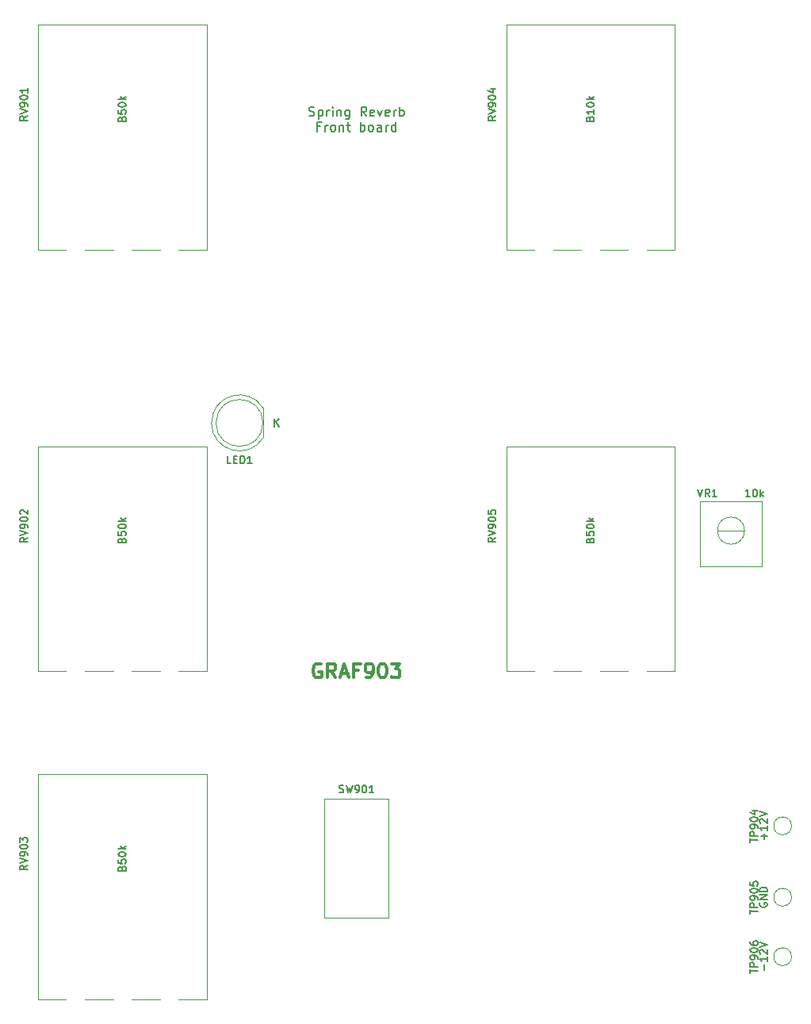
<source format=gto>
G04 #@! TF.GenerationSoftware,KiCad,Pcbnew,7.0.2-6a45011f42~172~ubuntu22.04.1*
G04 #@! TF.CreationDate,2023-05-05T21:02:08-04:00*
G04 #@! TF.ProjectId,springReverbRev2_FrontPCB,73707269-6e67-4526-9576-657262526576,rev?*
G04 #@! TF.SameCoordinates,Original*
G04 #@! TF.FileFunction,Legend,Top*
G04 #@! TF.FilePolarity,Positive*
%FSLAX46Y46*%
G04 Gerber Fmt 4.6, Leading zero omitted, Abs format (unit mm)*
G04 Created by KiCad (PCBNEW 7.0.2-6a45011f42~172~ubuntu22.04.1) date 2023-05-05 21:02:08*
%MOMM*%
%LPD*%
G01*
G04 APERTURE LIST*
%ADD10C,0.150000*%
%ADD11C,0.300000*%
%ADD12C,0.120000*%
G04 APERTURE END LIST*
D10*
X141928571Y-56460000D02*
X142071428Y-56507619D01*
X142071428Y-56507619D02*
X142309523Y-56507619D01*
X142309523Y-56507619D02*
X142404761Y-56460000D01*
X142404761Y-56460000D02*
X142452380Y-56412380D01*
X142452380Y-56412380D02*
X142499999Y-56317142D01*
X142499999Y-56317142D02*
X142499999Y-56221904D01*
X142499999Y-56221904D02*
X142452380Y-56126666D01*
X142452380Y-56126666D02*
X142404761Y-56079047D01*
X142404761Y-56079047D02*
X142309523Y-56031428D01*
X142309523Y-56031428D02*
X142119047Y-55983809D01*
X142119047Y-55983809D02*
X142023809Y-55936190D01*
X142023809Y-55936190D02*
X141976190Y-55888571D01*
X141976190Y-55888571D02*
X141928571Y-55793333D01*
X141928571Y-55793333D02*
X141928571Y-55698095D01*
X141928571Y-55698095D02*
X141976190Y-55602857D01*
X141976190Y-55602857D02*
X142023809Y-55555238D01*
X142023809Y-55555238D02*
X142119047Y-55507619D01*
X142119047Y-55507619D02*
X142357142Y-55507619D01*
X142357142Y-55507619D02*
X142499999Y-55555238D01*
X142928571Y-55840952D02*
X142928571Y-56840952D01*
X142928571Y-55888571D02*
X143023809Y-55840952D01*
X143023809Y-55840952D02*
X143214285Y-55840952D01*
X143214285Y-55840952D02*
X143309523Y-55888571D01*
X143309523Y-55888571D02*
X143357142Y-55936190D01*
X143357142Y-55936190D02*
X143404761Y-56031428D01*
X143404761Y-56031428D02*
X143404761Y-56317142D01*
X143404761Y-56317142D02*
X143357142Y-56412380D01*
X143357142Y-56412380D02*
X143309523Y-56460000D01*
X143309523Y-56460000D02*
X143214285Y-56507619D01*
X143214285Y-56507619D02*
X143023809Y-56507619D01*
X143023809Y-56507619D02*
X142928571Y-56460000D01*
X143833333Y-56507619D02*
X143833333Y-55840952D01*
X143833333Y-56031428D02*
X143880952Y-55936190D01*
X143880952Y-55936190D02*
X143928571Y-55888571D01*
X143928571Y-55888571D02*
X144023809Y-55840952D01*
X144023809Y-55840952D02*
X144119047Y-55840952D01*
X144452381Y-56507619D02*
X144452381Y-55840952D01*
X144452381Y-55507619D02*
X144404762Y-55555238D01*
X144404762Y-55555238D02*
X144452381Y-55602857D01*
X144452381Y-55602857D02*
X144500000Y-55555238D01*
X144500000Y-55555238D02*
X144452381Y-55507619D01*
X144452381Y-55507619D02*
X144452381Y-55602857D01*
X144928571Y-55840952D02*
X144928571Y-56507619D01*
X144928571Y-55936190D02*
X144976190Y-55888571D01*
X144976190Y-55888571D02*
X145071428Y-55840952D01*
X145071428Y-55840952D02*
X145214285Y-55840952D01*
X145214285Y-55840952D02*
X145309523Y-55888571D01*
X145309523Y-55888571D02*
X145357142Y-55983809D01*
X145357142Y-55983809D02*
X145357142Y-56507619D01*
X146261904Y-55840952D02*
X146261904Y-56650476D01*
X146261904Y-56650476D02*
X146214285Y-56745714D01*
X146214285Y-56745714D02*
X146166666Y-56793333D01*
X146166666Y-56793333D02*
X146071428Y-56840952D01*
X146071428Y-56840952D02*
X145928571Y-56840952D01*
X145928571Y-56840952D02*
X145833333Y-56793333D01*
X146261904Y-56460000D02*
X146166666Y-56507619D01*
X146166666Y-56507619D02*
X145976190Y-56507619D01*
X145976190Y-56507619D02*
X145880952Y-56460000D01*
X145880952Y-56460000D02*
X145833333Y-56412380D01*
X145833333Y-56412380D02*
X145785714Y-56317142D01*
X145785714Y-56317142D02*
X145785714Y-56031428D01*
X145785714Y-56031428D02*
X145833333Y-55936190D01*
X145833333Y-55936190D02*
X145880952Y-55888571D01*
X145880952Y-55888571D02*
X145976190Y-55840952D01*
X145976190Y-55840952D02*
X146166666Y-55840952D01*
X146166666Y-55840952D02*
X146261904Y-55888571D01*
X148071428Y-56507619D02*
X147738095Y-56031428D01*
X147500000Y-56507619D02*
X147500000Y-55507619D01*
X147500000Y-55507619D02*
X147880952Y-55507619D01*
X147880952Y-55507619D02*
X147976190Y-55555238D01*
X147976190Y-55555238D02*
X148023809Y-55602857D01*
X148023809Y-55602857D02*
X148071428Y-55698095D01*
X148071428Y-55698095D02*
X148071428Y-55840952D01*
X148071428Y-55840952D02*
X148023809Y-55936190D01*
X148023809Y-55936190D02*
X147976190Y-55983809D01*
X147976190Y-55983809D02*
X147880952Y-56031428D01*
X147880952Y-56031428D02*
X147500000Y-56031428D01*
X148880952Y-56460000D02*
X148785714Y-56507619D01*
X148785714Y-56507619D02*
X148595238Y-56507619D01*
X148595238Y-56507619D02*
X148500000Y-56460000D01*
X148500000Y-56460000D02*
X148452381Y-56364761D01*
X148452381Y-56364761D02*
X148452381Y-55983809D01*
X148452381Y-55983809D02*
X148500000Y-55888571D01*
X148500000Y-55888571D02*
X148595238Y-55840952D01*
X148595238Y-55840952D02*
X148785714Y-55840952D01*
X148785714Y-55840952D02*
X148880952Y-55888571D01*
X148880952Y-55888571D02*
X148928571Y-55983809D01*
X148928571Y-55983809D02*
X148928571Y-56079047D01*
X148928571Y-56079047D02*
X148452381Y-56174285D01*
X149261905Y-55840952D02*
X149500000Y-56507619D01*
X149500000Y-56507619D02*
X149738095Y-55840952D01*
X150500000Y-56460000D02*
X150404762Y-56507619D01*
X150404762Y-56507619D02*
X150214286Y-56507619D01*
X150214286Y-56507619D02*
X150119048Y-56460000D01*
X150119048Y-56460000D02*
X150071429Y-56364761D01*
X150071429Y-56364761D02*
X150071429Y-55983809D01*
X150071429Y-55983809D02*
X150119048Y-55888571D01*
X150119048Y-55888571D02*
X150214286Y-55840952D01*
X150214286Y-55840952D02*
X150404762Y-55840952D01*
X150404762Y-55840952D02*
X150500000Y-55888571D01*
X150500000Y-55888571D02*
X150547619Y-55983809D01*
X150547619Y-55983809D02*
X150547619Y-56079047D01*
X150547619Y-56079047D02*
X150071429Y-56174285D01*
X150976191Y-56507619D02*
X150976191Y-55840952D01*
X150976191Y-56031428D02*
X151023810Y-55936190D01*
X151023810Y-55936190D02*
X151071429Y-55888571D01*
X151071429Y-55888571D02*
X151166667Y-55840952D01*
X151166667Y-55840952D02*
X151261905Y-55840952D01*
X151595239Y-56507619D02*
X151595239Y-55507619D01*
X151595239Y-55888571D02*
X151690477Y-55840952D01*
X151690477Y-55840952D02*
X151880953Y-55840952D01*
X151880953Y-55840952D02*
X151976191Y-55888571D01*
X151976191Y-55888571D02*
X152023810Y-55936190D01*
X152023810Y-55936190D02*
X152071429Y-56031428D01*
X152071429Y-56031428D02*
X152071429Y-56317142D01*
X152071429Y-56317142D02*
X152023810Y-56412380D01*
X152023810Y-56412380D02*
X151976191Y-56460000D01*
X151976191Y-56460000D02*
X151880953Y-56507619D01*
X151880953Y-56507619D02*
X151690477Y-56507619D01*
X151690477Y-56507619D02*
X151595239Y-56460000D01*
X143142856Y-57603809D02*
X142809523Y-57603809D01*
X142809523Y-58127619D02*
X142809523Y-57127619D01*
X142809523Y-57127619D02*
X143285713Y-57127619D01*
X143666666Y-58127619D02*
X143666666Y-57460952D01*
X143666666Y-57651428D02*
X143714285Y-57556190D01*
X143714285Y-57556190D02*
X143761904Y-57508571D01*
X143761904Y-57508571D02*
X143857142Y-57460952D01*
X143857142Y-57460952D02*
X143952380Y-57460952D01*
X144428571Y-58127619D02*
X144333333Y-58080000D01*
X144333333Y-58080000D02*
X144285714Y-58032380D01*
X144285714Y-58032380D02*
X144238095Y-57937142D01*
X144238095Y-57937142D02*
X144238095Y-57651428D01*
X144238095Y-57651428D02*
X144285714Y-57556190D01*
X144285714Y-57556190D02*
X144333333Y-57508571D01*
X144333333Y-57508571D02*
X144428571Y-57460952D01*
X144428571Y-57460952D02*
X144571428Y-57460952D01*
X144571428Y-57460952D02*
X144666666Y-57508571D01*
X144666666Y-57508571D02*
X144714285Y-57556190D01*
X144714285Y-57556190D02*
X144761904Y-57651428D01*
X144761904Y-57651428D02*
X144761904Y-57937142D01*
X144761904Y-57937142D02*
X144714285Y-58032380D01*
X144714285Y-58032380D02*
X144666666Y-58080000D01*
X144666666Y-58080000D02*
X144571428Y-58127619D01*
X144571428Y-58127619D02*
X144428571Y-58127619D01*
X145190476Y-57460952D02*
X145190476Y-58127619D01*
X145190476Y-57556190D02*
X145238095Y-57508571D01*
X145238095Y-57508571D02*
X145333333Y-57460952D01*
X145333333Y-57460952D02*
X145476190Y-57460952D01*
X145476190Y-57460952D02*
X145571428Y-57508571D01*
X145571428Y-57508571D02*
X145619047Y-57603809D01*
X145619047Y-57603809D02*
X145619047Y-58127619D01*
X145952381Y-57460952D02*
X146333333Y-57460952D01*
X146095238Y-57127619D02*
X146095238Y-57984761D01*
X146095238Y-57984761D02*
X146142857Y-58080000D01*
X146142857Y-58080000D02*
X146238095Y-58127619D01*
X146238095Y-58127619D02*
X146333333Y-58127619D01*
X147428572Y-58127619D02*
X147428572Y-57127619D01*
X147428572Y-57508571D02*
X147523810Y-57460952D01*
X147523810Y-57460952D02*
X147714286Y-57460952D01*
X147714286Y-57460952D02*
X147809524Y-57508571D01*
X147809524Y-57508571D02*
X147857143Y-57556190D01*
X147857143Y-57556190D02*
X147904762Y-57651428D01*
X147904762Y-57651428D02*
X147904762Y-57937142D01*
X147904762Y-57937142D02*
X147857143Y-58032380D01*
X147857143Y-58032380D02*
X147809524Y-58080000D01*
X147809524Y-58080000D02*
X147714286Y-58127619D01*
X147714286Y-58127619D02*
X147523810Y-58127619D01*
X147523810Y-58127619D02*
X147428572Y-58080000D01*
X148476191Y-58127619D02*
X148380953Y-58080000D01*
X148380953Y-58080000D02*
X148333334Y-58032380D01*
X148333334Y-58032380D02*
X148285715Y-57937142D01*
X148285715Y-57937142D02*
X148285715Y-57651428D01*
X148285715Y-57651428D02*
X148333334Y-57556190D01*
X148333334Y-57556190D02*
X148380953Y-57508571D01*
X148380953Y-57508571D02*
X148476191Y-57460952D01*
X148476191Y-57460952D02*
X148619048Y-57460952D01*
X148619048Y-57460952D02*
X148714286Y-57508571D01*
X148714286Y-57508571D02*
X148761905Y-57556190D01*
X148761905Y-57556190D02*
X148809524Y-57651428D01*
X148809524Y-57651428D02*
X148809524Y-57937142D01*
X148809524Y-57937142D02*
X148761905Y-58032380D01*
X148761905Y-58032380D02*
X148714286Y-58080000D01*
X148714286Y-58080000D02*
X148619048Y-58127619D01*
X148619048Y-58127619D02*
X148476191Y-58127619D01*
X149666667Y-58127619D02*
X149666667Y-57603809D01*
X149666667Y-57603809D02*
X149619048Y-57508571D01*
X149619048Y-57508571D02*
X149523810Y-57460952D01*
X149523810Y-57460952D02*
X149333334Y-57460952D01*
X149333334Y-57460952D02*
X149238096Y-57508571D01*
X149666667Y-58080000D02*
X149571429Y-58127619D01*
X149571429Y-58127619D02*
X149333334Y-58127619D01*
X149333334Y-58127619D02*
X149238096Y-58080000D01*
X149238096Y-58080000D02*
X149190477Y-57984761D01*
X149190477Y-57984761D02*
X149190477Y-57889523D01*
X149190477Y-57889523D02*
X149238096Y-57794285D01*
X149238096Y-57794285D02*
X149333334Y-57746666D01*
X149333334Y-57746666D02*
X149571429Y-57746666D01*
X149571429Y-57746666D02*
X149666667Y-57699047D01*
X150142858Y-58127619D02*
X150142858Y-57460952D01*
X150142858Y-57651428D02*
X150190477Y-57556190D01*
X150190477Y-57556190D02*
X150238096Y-57508571D01*
X150238096Y-57508571D02*
X150333334Y-57460952D01*
X150333334Y-57460952D02*
X150428572Y-57460952D01*
X151190477Y-58127619D02*
X151190477Y-57127619D01*
X151190477Y-58080000D02*
X151095239Y-58127619D01*
X151095239Y-58127619D02*
X150904763Y-58127619D01*
X150904763Y-58127619D02*
X150809525Y-58080000D01*
X150809525Y-58080000D02*
X150761906Y-58032380D01*
X150761906Y-58032380D02*
X150714287Y-57937142D01*
X150714287Y-57937142D02*
X150714287Y-57651428D01*
X150714287Y-57651428D02*
X150761906Y-57556190D01*
X150761906Y-57556190D02*
X150809525Y-57508571D01*
X150809525Y-57508571D02*
X150904763Y-57460952D01*
X150904763Y-57460952D02*
X151095239Y-57460952D01*
X151095239Y-57460952D02*
X151190477Y-57508571D01*
G04 #@! TO.C,RV901*
X111870095Y-56488094D02*
X111489142Y-56754761D01*
X111870095Y-56945237D02*
X111070095Y-56945237D01*
X111070095Y-56945237D02*
X111070095Y-56640475D01*
X111070095Y-56640475D02*
X111108190Y-56564285D01*
X111108190Y-56564285D02*
X111146285Y-56526190D01*
X111146285Y-56526190D02*
X111222476Y-56488094D01*
X111222476Y-56488094D02*
X111336761Y-56488094D01*
X111336761Y-56488094D02*
X111412952Y-56526190D01*
X111412952Y-56526190D02*
X111451047Y-56564285D01*
X111451047Y-56564285D02*
X111489142Y-56640475D01*
X111489142Y-56640475D02*
X111489142Y-56945237D01*
X111070095Y-56259523D02*
X111870095Y-55992856D01*
X111870095Y-55992856D02*
X111070095Y-55726190D01*
X111870095Y-55421428D02*
X111870095Y-55269047D01*
X111870095Y-55269047D02*
X111832000Y-55192857D01*
X111832000Y-55192857D02*
X111793904Y-55154761D01*
X111793904Y-55154761D02*
X111679619Y-55078571D01*
X111679619Y-55078571D02*
X111527238Y-55040476D01*
X111527238Y-55040476D02*
X111222476Y-55040476D01*
X111222476Y-55040476D02*
X111146285Y-55078571D01*
X111146285Y-55078571D02*
X111108190Y-55116666D01*
X111108190Y-55116666D02*
X111070095Y-55192857D01*
X111070095Y-55192857D02*
X111070095Y-55345238D01*
X111070095Y-55345238D02*
X111108190Y-55421428D01*
X111108190Y-55421428D02*
X111146285Y-55459523D01*
X111146285Y-55459523D02*
X111222476Y-55497619D01*
X111222476Y-55497619D02*
X111412952Y-55497619D01*
X111412952Y-55497619D02*
X111489142Y-55459523D01*
X111489142Y-55459523D02*
X111527238Y-55421428D01*
X111527238Y-55421428D02*
X111565333Y-55345238D01*
X111565333Y-55345238D02*
X111565333Y-55192857D01*
X111565333Y-55192857D02*
X111527238Y-55116666D01*
X111527238Y-55116666D02*
X111489142Y-55078571D01*
X111489142Y-55078571D02*
X111412952Y-55040476D01*
X111070095Y-54545237D02*
X111070095Y-54469047D01*
X111070095Y-54469047D02*
X111108190Y-54392856D01*
X111108190Y-54392856D02*
X111146285Y-54354761D01*
X111146285Y-54354761D02*
X111222476Y-54316666D01*
X111222476Y-54316666D02*
X111374857Y-54278571D01*
X111374857Y-54278571D02*
X111565333Y-54278571D01*
X111565333Y-54278571D02*
X111717714Y-54316666D01*
X111717714Y-54316666D02*
X111793904Y-54354761D01*
X111793904Y-54354761D02*
X111832000Y-54392856D01*
X111832000Y-54392856D02*
X111870095Y-54469047D01*
X111870095Y-54469047D02*
X111870095Y-54545237D01*
X111870095Y-54545237D02*
X111832000Y-54621428D01*
X111832000Y-54621428D02*
X111793904Y-54659523D01*
X111793904Y-54659523D02*
X111717714Y-54697618D01*
X111717714Y-54697618D02*
X111565333Y-54735714D01*
X111565333Y-54735714D02*
X111374857Y-54735714D01*
X111374857Y-54735714D02*
X111222476Y-54697618D01*
X111222476Y-54697618D02*
X111146285Y-54659523D01*
X111146285Y-54659523D02*
X111108190Y-54621428D01*
X111108190Y-54621428D02*
X111070095Y-54545237D01*
X111870095Y-53516666D02*
X111870095Y-53973809D01*
X111870095Y-53745237D02*
X111070095Y-53745237D01*
X111070095Y-53745237D02*
X111184380Y-53821428D01*
X111184380Y-53821428D02*
X111260571Y-53897618D01*
X111260571Y-53897618D02*
X111298666Y-53973809D01*
X121951047Y-56778571D02*
X121989142Y-56664285D01*
X121989142Y-56664285D02*
X122027238Y-56626190D01*
X122027238Y-56626190D02*
X122103428Y-56588094D01*
X122103428Y-56588094D02*
X122217714Y-56588094D01*
X122217714Y-56588094D02*
X122293904Y-56626190D01*
X122293904Y-56626190D02*
X122332000Y-56664285D01*
X122332000Y-56664285D02*
X122370095Y-56740475D01*
X122370095Y-56740475D02*
X122370095Y-57045237D01*
X122370095Y-57045237D02*
X121570095Y-57045237D01*
X121570095Y-57045237D02*
X121570095Y-56778571D01*
X121570095Y-56778571D02*
X121608190Y-56702380D01*
X121608190Y-56702380D02*
X121646285Y-56664285D01*
X121646285Y-56664285D02*
X121722476Y-56626190D01*
X121722476Y-56626190D02*
X121798666Y-56626190D01*
X121798666Y-56626190D02*
X121874857Y-56664285D01*
X121874857Y-56664285D02*
X121912952Y-56702380D01*
X121912952Y-56702380D02*
X121951047Y-56778571D01*
X121951047Y-56778571D02*
X121951047Y-57045237D01*
X121570095Y-55864285D02*
X121570095Y-56245237D01*
X121570095Y-56245237D02*
X121951047Y-56283333D01*
X121951047Y-56283333D02*
X121912952Y-56245237D01*
X121912952Y-56245237D02*
X121874857Y-56169047D01*
X121874857Y-56169047D02*
X121874857Y-55978571D01*
X121874857Y-55978571D02*
X121912952Y-55902380D01*
X121912952Y-55902380D02*
X121951047Y-55864285D01*
X121951047Y-55864285D02*
X122027238Y-55826190D01*
X122027238Y-55826190D02*
X122217714Y-55826190D01*
X122217714Y-55826190D02*
X122293904Y-55864285D01*
X122293904Y-55864285D02*
X122332000Y-55902380D01*
X122332000Y-55902380D02*
X122370095Y-55978571D01*
X122370095Y-55978571D02*
X122370095Y-56169047D01*
X122370095Y-56169047D02*
X122332000Y-56245237D01*
X122332000Y-56245237D02*
X122293904Y-56283333D01*
X121570095Y-55330951D02*
X121570095Y-55254761D01*
X121570095Y-55254761D02*
X121608190Y-55178570D01*
X121608190Y-55178570D02*
X121646285Y-55140475D01*
X121646285Y-55140475D02*
X121722476Y-55102380D01*
X121722476Y-55102380D02*
X121874857Y-55064285D01*
X121874857Y-55064285D02*
X122065333Y-55064285D01*
X122065333Y-55064285D02*
X122217714Y-55102380D01*
X122217714Y-55102380D02*
X122293904Y-55140475D01*
X122293904Y-55140475D02*
X122332000Y-55178570D01*
X122332000Y-55178570D02*
X122370095Y-55254761D01*
X122370095Y-55254761D02*
X122370095Y-55330951D01*
X122370095Y-55330951D02*
X122332000Y-55407142D01*
X122332000Y-55407142D02*
X122293904Y-55445237D01*
X122293904Y-55445237D02*
X122217714Y-55483332D01*
X122217714Y-55483332D02*
X122065333Y-55521428D01*
X122065333Y-55521428D02*
X121874857Y-55521428D01*
X121874857Y-55521428D02*
X121722476Y-55483332D01*
X121722476Y-55483332D02*
X121646285Y-55445237D01*
X121646285Y-55445237D02*
X121608190Y-55407142D01*
X121608190Y-55407142D02*
X121570095Y-55330951D01*
X122370095Y-54721427D02*
X121570095Y-54721427D01*
X122065333Y-54645237D02*
X122370095Y-54416665D01*
X121836761Y-54416665D02*
X122141523Y-54721427D01*
G04 #@! TO.C,VR1*
X183452381Y-96320095D02*
X183719048Y-97120095D01*
X183719048Y-97120095D02*
X183985714Y-96320095D01*
X184709524Y-97120095D02*
X184442857Y-96739142D01*
X184252381Y-97120095D02*
X184252381Y-96320095D01*
X184252381Y-96320095D02*
X184557143Y-96320095D01*
X184557143Y-96320095D02*
X184633333Y-96358190D01*
X184633333Y-96358190D02*
X184671428Y-96396285D01*
X184671428Y-96396285D02*
X184709524Y-96472476D01*
X184709524Y-96472476D02*
X184709524Y-96586761D01*
X184709524Y-96586761D02*
X184671428Y-96662952D01*
X184671428Y-96662952D02*
X184633333Y-96701047D01*
X184633333Y-96701047D02*
X184557143Y-96739142D01*
X184557143Y-96739142D02*
X184252381Y-96739142D01*
X185471428Y-97120095D02*
X185014285Y-97120095D01*
X185242857Y-97120095D02*
X185242857Y-96320095D01*
X185242857Y-96320095D02*
X185166666Y-96434380D01*
X185166666Y-96434380D02*
X185090476Y-96510571D01*
X185090476Y-96510571D02*
X185014285Y-96548666D01*
X189023809Y-97120095D02*
X188566666Y-97120095D01*
X188795238Y-97120095D02*
X188795238Y-96320095D01*
X188795238Y-96320095D02*
X188719047Y-96434380D01*
X188719047Y-96434380D02*
X188642857Y-96510571D01*
X188642857Y-96510571D02*
X188566666Y-96548666D01*
X189519048Y-96320095D02*
X189595238Y-96320095D01*
X189595238Y-96320095D02*
X189671429Y-96358190D01*
X189671429Y-96358190D02*
X189709524Y-96396285D01*
X189709524Y-96396285D02*
X189747619Y-96472476D01*
X189747619Y-96472476D02*
X189785714Y-96624857D01*
X189785714Y-96624857D02*
X189785714Y-96815333D01*
X189785714Y-96815333D02*
X189747619Y-96967714D01*
X189747619Y-96967714D02*
X189709524Y-97043904D01*
X189709524Y-97043904D02*
X189671429Y-97082000D01*
X189671429Y-97082000D02*
X189595238Y-97120095D01*
X189595238Y-97120095D02*
X189519048Y-97120095D01*
X189519048Y-97120095D02*
X189442857Y-97082000D01*
X189442857Y-97082000D02*
X189404762Y-97043904D01*
X189404762Y-97043904D02*
X189366667Y-96967714D01*
X189366667Y-96967714D02*
X189328571Y-96815333D01*
X189328571Y-96815333D02*
X189328571Y-96624857D01*
X189328571Y-96624857D02*
X189366667Y-96472476D01*
X189366667Y-96472476D02*
X189404762Y-96396285D01*
X189404762Y-96396285D02*
X189442857Y-96358190D01*
X189442857Y-96358190D02*
X189519048Y-96320095D01*
X190128572Y-97120095D02*
X190128572Y-96320095D01*
X190204762Y-96815333D02*
X190433334Y-97120095D01*
X190433334Y-96586761D02*
X190128572Y-96891523D01*
G04 #@! TO.C,TP905*
X189042095Y-141651428D02*
X189042095Y-141194285D01*
X189842095Y-141422857D02*
X189042095Y-141422857D01*
X189842095Y-140927618D02*
X189042095Y-140927618D01*
X189042095Y-140927618D02*
X189042095Y-140622856D01*
X189042095Y-140622856D02*
X189080190Y-140546666D01*
X189080190Y-140546666D02*
X189118285Y-140508571D01*
X189118285Y-140508571D02*
X189194476Y-140470475D01*
X189194476Y-140470475D02*
X189308761Y-140470475D01*
X189308761Y-140470475D02*
X189384952Y-140508571D01*
X189384952Y-140508571D02*
X189423047Y-140546666D01*
X189423047Y-140546666D02*
X189461142Y-140622856D01*
X189461142Y-140622856D02*
X189461142Y-140927618D01*
X189842095Y-140089523D02*
X189842095Y-139937142D01*
X189842095Y-139937142D02*
X189804000Y-139860952D01*
X189804000Y-139860952D02*
X189765904Y-139822856D01*
X189765904Y-139822856D02*
X189651619Y-139746666D01*
X189651619Y-139746666D02*
X189499238Y-139708571D01*
X189499238Y-139708571D02*
X189194476Y-139708571D01*
X189194476Y-139708571D02*
X189118285Y-139746666D01*
X189118285Y-139746666D02*
X189080190Y-139784761D01*
X189080190Y-139784761D02*
X189042095Y-139860952D01*
X189042095Y-139860952D02*
X189042095Y-140013333D01*
X189042095Y-140013333D02*
X189080190Y-140089523D01*
X189080190Y-140089523D02*
X189118285Y-140127618D01*
X189118285Y-140127618D02*
X189194476Y-140165714D01*
X189194476Y-140165714D02*
X189384952Y-140165714D01*
X189384952Y-140165714D02*
X189461142Y-140127618D01*
X189461142Y-140127618D02*
X189499238Y-140089523D01*
X189499238Y-140089523D02*
X189537333Y-140013333D01*
X189537333Y-140013333D02*
X189537333Y-139860952D01*
X189537333Y-139860952D02*
X189499238Y-139784761D01*
X189499238Y-139784761D02*
X189461142Y-139746666D01*
X189461142Y-139746666D02*
X189384952Y-139708571D01*
X189042095Y-139213332D02*
X189042095Y-139137142D01*
X189042095Y-139137142D02*
X189080190Y-139060951D01*
X189080190Y-139060951D02*
X189118285Y-139022856D01*
X189118285Y-139022856D02*
X189194476Y-138984761D01*
X189194476Y-138984761D02*
X189346857Y-138946666D01*
X189346857Y-138946666D02*
X189537333Y-138946666D01*
X189537333Y-138946666D02*
X189689714Y-138984761D01*
X189689714Y-138984761D02*
X189765904Y-139022856D01*
X189765904Y-139022856D02*
X189804000Y-139060951D01*
X189804000Y-139060951D02*
X189842095Y-139137142D01*
X189842095Y-139137142D02*
X189842095Y-139213332D01*
X189842095Y-139213332D02*
X189804000Y-139289523D01*
X189804000Y-139289523D02*
X189765904Y-139327618D01*
X189765904Y-139327618D02*
X189689714Y-139365713D01*
X189689714Y-139365713D02*
X189537333Y-139403809D01*
X189537333Y-139403809D02*
X189346857Y-139403809D01*
X189346857Y-139403809D02*
X189194476Y-139365713D01*
X189194476Y-139365713D02*
X189118285Y-139327618D01*
X189118285Y-139327618D02*
X189080190Y-139289523D01*
X189080190Y-139289523D02*
X189042095Y-139213332D01*
X189042095Y-138222856D02*
X189042095Y-138603808D01*
X189042095Y-138603808D02*
X189423047Y-138641904D01*
X189423047Y-138641904D02*
X189384952Y-138603808D01*
X189384952Y-138603808D02*
X189346857Y-138527618D01*
X189346857Y-138527618D02*
X189346857Y-138337142D01*
X189346857Y-138337142D02*
X189384952Y-138260951D01*
X189384952Y-138260951D02*
X189423047Y-138222856D01*
X189423047Y-138222856D02*
X189499238Y-138184761D01*
X189499238Y-138184761D02*
X189689714Y-138184761D01*
X189689714Y-138184761D02*
X189765904Y-138222856D01*
X189765904Y-138222856D02*
X189804000Y-138260951D01*
X189804000Y-138260951D02*
X189842095Y-138337142D01*
X189842095Y-138337142D02*
X189842095Y-138527618D01*
X189842095Y-138527618D02*
X189804000Y-138603808D01*
X189804000Y-138603808D02*
X189765904Y-138641904D01*
X190096190Y-140489523D02*
X190058095Y-140565713D01*
X190058095Y-140565713D02*
X190058095Y-140679999D01*
X190058095Y-140679999D02*
X190096190Y-140794285D01*
X190096190Y-140794285D02*
X190172380Y-140870475D01*
X190172380Y-140870475D02*
X190248571Y-140908570D01*
X190248571Y-140908570D02*
X190400952Y-140946666D01*
X190400952Y-140946666D02*
X190515238Y-140946666D01*
X190515238Y-140946666D02*
X190667619Y-140908570D01*
X190667619Y-140908570D02*
X190743809Y-140870475D01*
X190743809Y-140870475D02*
X190820000Y-140794285D01*
X190820000Y-140794285D02*
X190858095Y-140679999D01*
X190858095Y-140679999D02*
X190858095Y-140603808D01*
X190858095Y-140603808D02*
X190820000Y-140489523D01*
X190820000Y-140489523D02*
X190781904Y-140451427D01*
X190781904Y-140451427D02*
X190515238Y-140451427D01*
X190515238Y-140451427D02*
X190515238Y-140603808D01*
X190858095Y-140108570D02*
X190058095Y-140108570D01*
X190058095Y-140108570D02*
X190858095Y-139651427D01*
X190858095Y-139651427D02*
X190058095Y-139651427D01*
X190858095Y-139270475D02*
X190058095Y-139270475D01*
X190058095Y-139270475D02*
X190058095Y-139079999D01*
X190058095Y-139079999D02*
X190096190Y-138965713D01*
X190096190Y-138965713D02*
X190172380Y-138889523D01*
X190172380Y-138889523D02*
X190248571Y-138851428D01*
X190248571Y-138851428D02*
X190400952Y-138813332D01*
X190400952Y-138813332D02*
X190515238Y-138813332D01*
X190515238Y-138813332D02*
X190667619Y-138851428D01*
X190667619Y-138851428D02*
X190743809Y-138889523D01*
X190743809Y-138889523D02*
X190820000Y-138965713D01*
X190820000Y-138965713D02*
X190858095Y-139079999D01*
X190858095Y-139079999D02*
X190858095Y-139270475D01*
G04 #@! TO.C,RV905*
X161870095Y-101488094D02*
X161489142Y-101754761D01*
X161870095Y-101945237D02*
X161070095Y-101945237D01*
X161070095Y-101945237D02*
X161070095Y-101640475D01*
X161070095Y-101640475D02*
X161108190Y-101564285D01*
X161108190Y-101564285D02*
X161146285Y-101526190D01*
X161146285Y-101526190D02*
X161222476Y-101488094D01*
X161222476Y-101488094D02*
X161336761Y-101488094D01*
X161336761Y-101488094D02*
X161412952Y-101526190D01*
X161412952Y-101526190D02*
X161451047Y-101564285D01*
X161451047Y-101564285D02*
X161489142Y-101640475D01*
X161489142Y-101640475D02*
X161489142Y-101945237D01*
X161070095Y-101259523D02*
X161870095Y-100992856D01*
X161870095Y-100992856D02*
X161070095Y-100726190D01*
X161870095Y-100421428D02*
X161870095Y-100269047D01*
X161870095Y-100269047D02*
X161832000Y-100192857D01*
X161832000Y-100192857D02*
X161793904Y-100154761D01*
X161793904Y-100154761D02*
X161679619Y-100078571D01*
X161679619Y-100078571D02*
X161527238Y-100040476D01*
X161527238Y-100040476D02*
X161222476Y-100040476D01*
X161222476Y-100040476D02*
X161146285Y-100078571D01*
X161146285Y-100078571D02*
X161108190Y-100116666D01*
X161108190Y-100116666D02*
X161070095Y-100192857D01*
X161070095Y-100192857D02*
X161070095Y-100345238D01*
X161070095Y-100345238D02*
X161108190Y-100421428D01*
X161108190Y-100421428D02*
X161146285Y-100459523D01*
X161146285Y-100459523D02*
X161222476Y-100497619D01*
X161222476Y-100497619D02*
X161412952Y-100497619D01*
X161412952Y-100497619D02*
X161489142Y-100459523D01*
X161489142Y-100459523D02*
X161527238Y-100421428D01*
X161527238Y-100421428D02*
X161565333Y-100345238D01*
X161565333Y-100345238D02*
X161565333Y-100192857D01*
X161565333Y-100192857D02*
X161527238Y-100116666D01*
X161527238Y-100116666D02*
X161489142Y-100078571D01*
X161489142Y-100078571D02*
X161412952Y-100040476D01*
X161070095Y-99545237D02*
X161070095Y-99469047D01*
X161070095Y-99469047D02*
X161108190Y-99392856D01*
X161108190Y-99392856D02*
X161146285Y-99354761D01*
X161146285Y-99354761D02*
X161222476Y-99316666D01*
X161222476Y-99316666D02*
X161374857Y-99278571D01*
X161374857Y-99278571D02*
X161565333Y-99278571D01*
X161565333Y-99278571D02*
X161717714Y-99316666D01*
X161717714Y-99316666D02*
X161793904Y-99354761D01*
X161793904Y-99354761D02*
X161832000Y-99392856D01*
X161832000Y-99392856D02*
X161870095Y-99469047D01*
X161870095Y-99469047D02*
X161870095Y-99545237D01*
X161870095Y-99545237D02*
X161832000Y-99621428D01*
X161832000Y-99621428D02*
X161793904Y-99659523D01*
X161793904Y-99659523D02*
X161717714Y-99697618D01*
X161717714Y-99697618D02*
X161565333Y-99735714D01*
X161565333Y-99735714D02*
X161374857Y-99735714D01*
X161374857Y-99735714D02*
X161222476Y-99697618D01*
X161222476Y-99697618D02*
X161146285Y-99659523D01*
X161146285Y-99659523D02*
X161108190Y-99621428D01*
X161108190Y-99621428D02*
X161070095Y-99545237D01*
X161070095Y-98554761D02*
X161070095Y-98935713D01*
X161070095Y-98935713D02*
X161451047Y-98973809D01*
X161451047Y-98973809D02*
X161412952Y-98935713D01*
X161412952Y-98935713D02*
X161374857Y-98859523D01*
X161374857Y-98859523D02*
X161374857Y-98669047D01*
X161374857Y-98669047D02*
X161412952Y-98592856D01*
X161412952Y-98592856D02*
X161451047Y-98554761D01*
X161451047Y-98554761D02*
X161527238Y-98516666D01*
X161527238Y-98516666D02*
X161717714Y-98516666D01*
X161717714Y-98516666D02*
X161793904Y-98554761D01*
X161793904Y-98554761D02*
X161832000Y-98592856D01*
X161832000Y-98592856D02*
X161870095Y-98669047D01*
X161870095Y-98669047D02*
X161870095Y-98859523D01*
X161870095Y-98859523D02*
X161832000Y-98935713D01*
X161832000Y-98935713D02*
X161793904Y-98973809D01*
X171951047Y-101778571D02*
X171989142Y-101664285D01*
X171989142Y-101664285D02*
X172027238Y-101626190D01*
X172027238Y-101626190D02*
X172103428Y-101588094D01*
X172103428Y-101588094D02*
X172217714Y-101588094D01*
X172217714Y-101588094D02*
X172293904Y-101626190D01*
X172293904Y-101626190D02*
X172332000Y-101664285D01*
X172332000Y-101664285D02*
X172370095Y-101740475D01*
X172370095Y-101740475D02*
X172370095Y-102045237D01*
X172370095Y-102045237D02*
X171570095Y-102045237D01*
X171570095Y-102045237D02*
X171570095Y-101778571D01*
X171570095Y-101778571D02*
X171608190Y-101702380D01*
X171608190Y-101702380D02*
X171646285Y-101664285D01*
X171646285Y-101664285D02*
X171722476Y-101626190D01*
X171722476Y-101626190D02*
X171798666Y-101626190D01*
X171798666Y-101626190D02*
X171874857Y-101664285D01*
X171874857Y-101664285D02*
X171912952Y-101702380D01*
X171912952Y-101702380D02*
X171951047Y-101778571D01*
X171951047Y-101778571D02*
X171951047Y-102045237D01*
X171570095Y-100864285D02*
X171570095Y-101245237D01*
X171570095Y-101245237D02*
X171951047Y-101283333D01*
X171951047Y-101283333D02*
X171912952Y-101245237D01*
X171912952Y-101245237D02*
X171874857Y-101169047D01*
X171874857Y-101169047D02*
X171874857Y-100978571D01*
X171874857Y-100978571D02*
X171912952Y-100902380D01*
X171912952Y-100902380D02*
X171951047Y-100864285D01*
X171951047Y-100864285D02*
X172027238Y-100826190D01*
X172027238Y-100826190D02*
X172217714Y-100826190D01*
X172217714Y-100826190D02*
X172293904Y-100864285D01*
X172293904Y-100864285D02*
X172332000Y-100902380D01*
X172332000Y-100902380D02*
X172370095Y-100978571D01*
X172370095Y-100978571D02*
X172370095Y-101169047D01*
X172370095Y-101169047D02*
X172332000Y-101245237D01*
X172332000Y-101245237D02*
X172293904Y-101283333D01*
X171570095Y-100330951D02*
X171570095Y-100254761D01*
X171570095Y-100254761D02*
X171608190Y-100178570D01*
X171608190Y-100178570D02*
X171646285Y-100140475D01*
X171646285Y-100140475D02*
X171722476Y-100102380D01*
X171722476Y-100102380D02*
X171874857Y-100064285D01*
X171874857Y-100064285D02*
X172065333Y-100064285D01*
X172065333Y-100064285D02*
X172217714Y-100102380D01*
X172217714Y-100102380D02*
X172293904Y-100140475D01*
X172293904Y-100140475D02*
X172332000Y-100178570D01*
X172332000Y-100178570D02*
X172370095Y-100254761D01*
X172370095Y-100254761D02*
X172370095Y-100330951D01*
X172370095Y-100330951D02*
X172332000Y-100407142D01*
X172332000Y-100407142D02*
X172293904Y-100445237D01*
X172293904Y-100445237D02*
X172217714Y-100483332D01*
X172217714Y-100483332D02*
X172065333Y-100521428D01*
X172065333Y-100521428D02*
X171874857Y-100521428D01*
X171874857Y-100521428D02*
X171722476Y-100483332D01*
X171722476Y-100483332D02*
X171646285Y-100445237D01*
X171646285Y-100445237D02*
X171608190Y-100407142D01*
X171608190Y-100407142D02*
X171570095Y-100330951D01*
X172370095Y-99721427D02*
X171570095Y-99721427D01*
X172065333Y-99645237D02*
X172370095Y-99416665D01*
X171836761Y-99416665D02*
X172141523Y-99721427D01*
D11*
G04 #@! TO.C,GRAF903*
X143214287Y-115015357D02*
X143071430Y-114943928D01*
X143071430Y-114943928D02*
X142857144Y-114943928D01*
X142857144Y-114943928D02*
X142642858Y-115015357D01*
X142642858Y-115015357D02*
X142500001Y-115158214D01*
X142500001Y-115158214D02*
X142428572Y-115301071D01*
X142428572Y-115301071D02*
X142357144Y-115586785D01*
X142357144Y-115586785D02*
X142357144Y-115801071D01*
X142357144Y-115801071D02*
X142428572Y-116086785D01*
X142428572Y-116086785D02*
X142500001Y-116229642D01*
X142500001Y-116229642D02*
X142642858Y-116372500D01*
X142642858Y-116372500D02*
X142857144Y-116443928D01*
X142857144Y-116443928D02*
X143000001Y-116443928D01*
X143000001Y-116443928D02*
X143214287Y-116372500D01*
X143214287Y-116372500D02*
X143285715Y-116301071D01*
X143285715Y-116301071D02*
X143285715Y-115801071D01*
X143285715Y-115801071D02*
X143000001Y-115801071D01*
X144785715Y-116443928D02*
X144285715Y-115729642D01*
X143928572Y-116443928D02*
X143928572Y-114943928D01*
X143928572Y-114943928D02*
X144500001Y-114943928D01*
X144500001Y-114943928D02*
X144642858Y-115015357D01*
X144642858Y-115015357D02*
X144714287Y-115086785D01*
X144714287Y-115086785D02*
X144785715Y-115229642D01*
X144785715Y-115229642D02*
X144785715Y-115443928D01*
X144785715Y-115443928D02*
X144714287Y-115586785D01*
X144714287Y-115586785D02*
X144642858Y-115658214D01*
X144642858Y-115658214D02*
X144500001Y-115729642D01*
X144500001Y-115729642D02*
X143928572Y-115729642D01*
X145357144Y-116015357D02*
X146071430Y-116015357D01*
X145214287Y-116443928D02*
X145714287Y-114943928D01*
X145714287Y-114943928D02*
X146214287Y-116443928D01*
X147214286Y-115658214D02*
X146714286Y-115658214D01*
X146714286Y-116443928D02*
X146714286Y-114943928D01*
X146714286Y-114943928D02*
X147428572Y-114943928D01*
X148071429Y-116443928D02*
X148357143Y-116443928D01*
X148357143Y-116443928D02*
X148500000Y-116372500D01*
X148500000Y-116372500D02*
X148571429Y-116301071D01*
X148571429Y-116301071D02*
X148714286Y-116086785D01*
X148714286Y-116086785D02*
X148785715Y-115801071D01*
X148785715Y-115801071D02*
X148785715Y-115229642D01*
X148785715Y-115229642D02*
X148714286Y-115086785D01*
X148714286Y-115086785D02*
X148642858Y-115015357D01*
X148642858Y-115015357D02*
X148500000Y-114943928D01*
X148500000Y-114943928D02*
X148214286Y-114943928D01*
X148214286Y-114943928D02*
X148071429Y-115015357D01*
X148071429Y-115015357D02*
X148000000Y-115086785D01*
X148000000Y-115086785D02*
X147928572Y-115229642D01*
X147928572Y-115229642D02*
X147928572Y-115586785D01*
X147928572Y-115586785D02*
X148000000Y-115729642D01*
X148000000Y-115729642D02*
X148071429Y-115801071D01*
X148071429Y-115801071D02*
X148214286Y-115872500D01*
X148214286Y-115872500D02*
X148500000Y-115872500D01*
X148500000Y-115872500D02*
X148642858Y-115801071D01*
X148642858Y-115801071D02*
X148714286Y-115729642D01*
X148714286Y-115729642D02*
X148785715Y-115586785D01*
X149714286Y-114943928D02*
X149857143Y-114943928D01*
X149857143Y-114943928D02*
X150000000Y-115015357D01*
X150000000Y-115015357D02*
X150071429Y-115086785D01*
X150071429Y-115086785D02*
X150142857Y-115229642D01*
X150142857Y-115229642D02*
X150214286Y-115515357D01*
X150214286Y-115515357D02*
X150214286Y-115872500D01*
X150214286Y-115872500D02*
X150142857Y-116158214D01*
X150142857Y-116158214D02*
X150071429Y-116301071D01*
X150071429Y-116301071D02*
X150000000Y-116372500D01*
X150000000Y-116372500D02*
X149857143Y-116443928D01*
X149857143Y-116443928D02*
X149714286Y-116443928D01*
X149714286Y-116443928D02*
X149571429Y-116372500D01*
X149571429Y-116372500D02*
X149500000Y-116301071D01*
X149500000Y-116301071D02*
X149428571Y-116158214D01*
X149428571Y-116158214D02*
X149357143Y-115872500D01*
X149357143Y-115872500D02*
X149357143Y-115515357D01*
X149357143Y-115515357D02*
X149428571Y-115229642D01*
X149428571Y-115229642D02*
X149500000Y-115086785D01*
X149500000Y-115086785D02*
X149571429Y-115015357D01*
X149571429Y-115015357D02*
X149714286Y-114943928D01*
X150714285Y-114943928D02*
X151642857Y-114943928D01*
X151642857Y-114943928D02*
X151142857Y-115515357D01*
X151142857Y-115515357D02*
X151357142Y-115515357D01*
X151357142Y-115515357D02*
X151500000Y-115586785D01*
X151500000Y-115586785D02*
X151571428Y-115658214D01*
X151571428Y-115658214D02*
X151642857Y-115801071D01*
X151642857Y-115801071D02*
X151642857Y-116158214D01*
X151642857Y-116158214D02*
X151571428Y-116301071D01*
X151571428Y-116301071D02*
X151500000Y-116372500D01*
X151500000Y-116372500D02*
X151357142Y-116443928D01*
X151357142Y-116443928D02*
X150928571Y-116443928D01*
X150928571Y-116443928D02*
X150785714Y-116372500D01*
X150785714Y-116372500D02*
X150714285Y-116301071D01*
D10*
G04 #@! TO.C,SW901*
X145171427Y-128682000D02*
X145285713Y-128720095D01*
X145285713Y-128720095D02*
X145476189Y-128720095D01*
X145476189Y-128720095D02*
X145552380Y-128682000D01*
X145552380Y-128682000D02*
X145590475Y-128643904D01*
X145590475Y-128643904D02*
X145628570Y-128567714D01*
X145628570Y-128567714D02*
X145628570Y-128491523D01*
X145628570Y-128491523D02*
X145590475Y-128415333D01*
X145590475Y-128415333D02*
X145552380Y-128377238D01*
X145552380Y-128377238D02*
X145476189Y-128339142D01*
X145476189Y-128339142D02*
X145323808Y-128301047D01*
X145323808Y-128301047D02*
X145247618Y-128262952D01*
X145247618Y-128262952D02*
X145209523Y-128224857D01*
X145209523Y-128224857D02*
X145171427Y-128148666D01*
X145171427Y-128148666D02*
X145171427Y-128072476D01*
X145171427Y-128072476D02*
X145209523Y-127996285D01*
X145209523Y-127996285D02*
X145247618Y-127958190D01*
X145247618Y-127958190D02*
X145323808Y-127920095D01*
X145323808Y-127920095D02*
X145514285Y-127920095D01*
X145514285Y-127920095D02*
X145628570Y-127958190D01*
X145895237Y-127920095D02*
X146085713Y-128720095D01*
X146085713Y-128720095D02*
X146238094Y-128148666D01*
X146238094Y-128148666D02*
X146390475Y-128720095D01*
X146390475Y-128720095D02*
X146580952Y-127920095D01*
X146923809Y-128720095D02*
X147076190Y-128720095D01*
X147076190Y-128720095D02*
X147152380Y-128682000D01*
X147152380Y-128682000D02*
X147190476Y-128643904D01*
X147190476Y-128643904D02*
X147266666Y-128529619D01*
X147266666Y-128529619D02*
X147304761Y-128377238D01*
X147304761Y-128377238D02*
X147304761Y-128072476D01*
X147304761Y-128072476D02*
X147266666Y-127996285D01*
X147266666Y-127996285D02*
X147228571Y-127958190D01*
X147228571Y-127958190D02*
X147152380Y-127920095D01*
X147152380Y-127920095D02*
X146999999Y-127920095D01*
X146999999Y-127920095D02*
X146923809Y-127958190D01*
X146923809Y-127958190D02*
X146885714Y-127996285D01*
X146885714Y-127996285D02*
X146847618Y-128072476D01*
X146847618Y-128072476D02*
X146847618Y-128262952D01*
X146847618Y-128262952D02*
X146885714Y-128339142D01*
X146885714Y-128339142D02*
X146923809Y-128377238D01*
X146923809Y-128377238D02*
X146999999Y-128415333D01*
X146999999Y-128415333D02*
X147152380Y-128415333D01*
X147152380Y-128415333D02*
X147228571Y-128377238D01*
X147228571Y-128377238D02*
X147266666Y-128339142D01*
X147266666Y-128339142D02*
X147304761Y-128262952D01*
X147800000Y-127920095D02*
X147876190Y-127920095D01*
X147876190Y-127920095D02*
X147952381Y-127958190D01*
X147952381Y-127958190D02*
X147990476Y-127996285D01*
X147990476Y-127996285D02*
X148028571Y-128072476D01*
X148028571Y-128072476D02*
X148066666Y-128224857D01*
X148066666Y-128224857D02*
X148066666Y-128415333D01*
X148066666Y-128415333D02*
X148028571Y-128567714D01*
X148028571Y-128567714D02*
X147990476Y-128643904D01*
X147990476Y-128643904D02*
X147952381Y-128682000D01*
X147952381Y-128682000D02*
X147876190Y-128720095D01*
X147876190Y-128720095D02*
X147800000Y-128720095D01*
X147800000Y-128720095D02*
X147723809Y-128682000D01*
X147723809Y-128682000D02*
X147685714Y-128643904D01*
X147685714Y-128643904D02*
X147647619Y-128567714D01*
X147647619Y-128567714D02*
X147609523Y-128415333D01*
X147609523Y-128415333D02*
X147609523Y-128224857D01*
X147609523Y-128224857D02*
X147647619Y-128072476D01*
X147647619Y-128072476D02*
X147685714Y-127996285D01*
X147685714Y-127996285D02*
X147723809Y-127958190D01*
X147723809Y-127958190D02*
X147800000Y-127920095D01*
X148828571Y-128720095D02*
X148371428Y-128720095D01*
X148600000Y-128720095D02*
X148600000Y-127920095D01*
X148600000Y-127920095D02*
X148523809Y-128034380D01*
X148523809Y-128034380D02*
X148447619Y-128110571D01*
X148447619Y-128110571D02*
X148371428Y-128148666D01*
G04 #@! TO.C,RV903*
X111870095Y-136488094D02*
X111489142Y-136754761D01*
X111870095Y-136945237D02*
X111070095Y-136945237D01*
X111070095Y-136945237D02*
X111070095Y-136640475D01*
X111070095Y-136640475D02*
X111108190Y-136564285D01*
X111108190Y-136564285D02*
X111146285Y-136526190D01*
X111146285Y-136526190D02*
X111222476Y-136488094D01*
X111222476Y-136488094D02*
X111336761Y-136488094D01*
X111336761Y-136488094D02*
X111412952Y-136526190D01*
X111412952Y-136526190D02*
X111451047Y-136564285D01*
X111451047Y-136564285D02*
X111489142Y-136640475D01*
X111489142Y-136640475D02*
X111489142Y-136945237D01*
X111070095Y-136259523D02*
X111870095Y-135992856D01*
X111870095Y-135992856D02*
X111070095Y-135726190D01*
X111870095Y-135421428D02*
X111870095Y-135269047D01*
X111870095Y-135269047D02*
X111832000Y-135192857D01*
X111832000Y-135192857D02*
X111793904Y-135154761D01*
X111793904Y-135154761D02*
X111679619Y-135078571D01*
X111679619Y-135078571D02*
X111527238Y-135040476D01*
X111527238Y-135040476D02*
X111222476Y-135040476D01*
X111222476Y-135040476D02*
X111146285Y-135078571D01*
X111146285Y-135078571D02*
X111108190Y-135116666D01*
X111108190Y-135116666D02*
X111070095Y-135192857D01*
X111070095Y-135192857D02*
X111070095Y-135345238D01*
X111070095Y-135345238D02*
X111108190Y-135421428D01*
X111108190Y-135421428D02*
X111146285Y-135459523D01*
X111146285Y-135459523D02*
X111222476Y-135497619D01*
X111222476Y-135497619D02*
X111412952Y-135497619D01*
X111412952Y-135497619D02*
X111489142Y-135459523D01*
X111489142Y-135459523D02*
X111527238Y-135421428D01*
X111527238Y-135421428D02*
X111565333Y-135345238D01*
X111565333Y-135345238D02*
X111565333Y-135192857D01*
X111565333Y-135192857D02*
X111527238Y-135116666D01*
X111527238Y-135116666D02*
X111489142Y-135078571D01*
X111489142Y-135078571D02*
X111412952Y-135040476D01*
X111070095Y-134545237D02*
X111070095Y-134469047D01*
X111070095Y-134469047D02*
X111108190Y-134392856D01*
X111108190Y-134392856D02*
X111146285Y-134354761D01*
X111146285Y-134354761D02*
X111222476Y-134316666D01*
X111222476Y-134316666D02*
X111374857Y-134278571D01*
X111374857Y-134278571D02*
X111565333Y-134278571D01*
X111565333Y-134278571D02*
X111717714Y-134316666D01*
X111717714Y-134316666D02*
X111793904Y-134354761D01*
X111793904Y-134354761D02*
X111832000Y-134392856D01*
X111832000Y-134392856D02*
X111870095Y-134469047D01*
X111870095Y-134469047D02*
X111870095Y-134545237D01*
X111870095Y-134545237D02*
X111832000Y-134621428D01*
X111832000Y-134621428D02*
X111793904Y-134659523D01*
X111793904Y-134659523D02*
X111717714Y-134697618D01*
X111717714Y-134697618D02*
X111565333Y-134735714D01*
X111565333Y-134735714D02*
X111374857Y-134735714D01*
X111374857Y-134735714D02*
X111222476Y-134697618D01*
X111222476Y-134697618D02*
X111146285Y-134659523D01*
X111146285Y-134659523D02*
X111108190Y-134621428D01*
X111108190Y-134621428D02*
X111070095Y-134545237D01*
X111070095Y-134011904D02*
X111070095Y-133516666D01*
X111070095Y-133516666D02*
X111374857Y-133783332D01*
X111374857Y-133783332D02*
X111374857Y-133669047D01*
X111374857Y-133669047D02*
X111412952Y-133592856D01*
X111412952Y-133592856D02*
X111451047Y-133554761D01*
X111451047Y-133554761D02*
X111527238Y-133516666D01*
X111527238Y-133516666D02*
X111717714Y-133516666D01*
X111717714Y-133516666D02*
X111793904Y-133554761D01*
X111793904Y-133554761D02*
X111832000Y-133592856D01*
X111832000Y-133592856D02*
X111870095Y-133669047D01*
X111870095Y-133669047D02*
X111870095Y-133897618D01*
X111870095Y-133897618D02*
X111832000Y-133973809D01*
X111832000Y-133973809D02*
X111793904Y-134011904D01*
X121951047Y-136778571D02*
X121989142Y-136664285D01*
X121989142Y-136664285D02*
X122027238Y-136626190D01*
X122027238Y-136626190D02*
X122103428Y-136588094D01*
X122103428Y-136588094D02*
X122217714Y-136588094D01*
X122217714Y-136588094D02*
X122293904Y-136626190D01*
X122293904Y-136626190D02*
X122332000Y-136664285D01*
X122332000Y-136664285D02*
X122370095Y-136740475D01*
X122370095Y-136740475D02*
X122370095Y-137045237D01*
X122370095Y-137045237D02*
X121570095Y-137045237D01*
X121570095Y-137045237D02*
X121570095Y-136778571D01*
X121570095Y-136778571D02*
X121608190Y-136702380D01*
X121608190Y-136702380D02*
X121646285Y-136664285D01*
X121646285Y-136664285D02*
X121722476Y-136626190D01*
X121722476Y-136626190D02*
X121798666Y-136626190D01*
X121798666Y-136626190D02*
X121874857Y-136664285D01*
X121874857Y-136664285D02*
X121912952Y-136702380D01*
X121912952Y-136702380D02*
X121951047Y-136778571D01*
X121951047Y-136778571D02*
X121951047Y-137045237D01*
X121570095Y-135864285D02*
X121570095Y-136245237D01*
X121570095Y-136245237D02*
X121951047Y-136283333D01*
X121951047Y-136283333D02*
X121912952Y-136245237D01*
X121912952Y-136245237D02*
X121874857Y-136169047D01*
X121874857Y-136169047D02*
X121874857Y-135978571D01*
X121874857Y-135978571D02*
X121912952Y-135902380D01*
X121912952Y-135902380D02*
X121951047Y-135864285D01*
X121951047Y-135864285D02*
X122027238Y-135826190D01*
X122027238Y-135826190D02*
X122217714Y-135826190D01*
X122217714Y-135826190D02*
X122293904Y-135864285D01*
X122293904Y-135864285D02*
X122332000Y-135902380D01*
X122332000Y-135902380D02*
X122370095Y-135978571D01*
X122370095Y-135978571D02*
X122370095Y-136169047D01*
X122370095Y-136169047D02*
X122332000Y-136245237D01*
X122332000Y-136245237D02*
X122293904Y-136283333D01*
X121570095Y-135330951D02*
X121570095Y-135254761D01*
X121570095Y-135254761D02*
X121608190Y-135178570D01*
X121608190Y-135178570D02*
X121646285Y-135140475D01*
X121646285Y-135140475D02*
X121722476Y-135102380D01*
X121722476Y-135102380D02*
X121874857Y-135064285D01*
X121874857Y-135064285D02*
X122065333Y-135064285D01*
X122065333Y-135064285D02*
X122217714Y-135102380D01*
X122217714Y-135102380D02*
X122293904Y-135140475D01*
X122293904Y-135140475D02*
X122332000Y-135178570D01*
X122332000Y-135178570D02*
X122370095Y-135254761D01*
X122370095Y-135254761D02*
X122370095Y-135330951D01*
X122370095Y-135330951D02*
X122332000Y-135407142D01*
X122332000Y-135407142D02*
X122293904Y-135445237D01*
X122293904Y-135445237D02*
X122217714Y-135483332D01*
X122217714Y-135483332D02*
X122065333Y-135521428D01*
X122065333Y-135521428D02*
X121874857Y-135521428D01*
X121874857Y-135521428D02*
X121722476Y-135483332D01*
X121722476Y-135483332D02*
X121646285Y-135445237D01*
X121646285Y-135445237D02*
X121608190Y-135407142D01*
X121608190Y-135407142D02*
X121570095Y-135330951D01*
X122370095Y-134721427D02*
X121570095Y-134721427D01*
X122065333Y-134645237D02*
X122370095Y-134416665D01*
X121836761Y-134416665D02*
X122141523Y-134721427D01*
G04 #@! TO.C,TP904*
X189042095Y-134031428D02*
X189042095Y-133574285D01*
X189842095Y-133802857D02*
X189042095Y-133802857D01*
X189842095Y-133307618D02*
X189042095Y-133307618D01*
X189042095Y-133307618D02*
X189042095Y-133002856D01*
X189042095Y-133002856D02*
X189080190Y-132926666D01*
X189080190Y-132926666D02*
X189118285Y-132888571D01*
X189118285Y-132888571D02*
X189194476Y-132850475D01*
X189194476Y-132850475D02*
X189308761Y-132850475D01*
X189308761Y-132850475D02*
X189384952Y-132888571D01*
X189384952Y-132888571D02*
X189423047Y-132926666D01*
X189423047Y-132926666D02*
X189461142Y-133002856D01*
X189461142Y-133002856D02*
X189461142Y-133307618D01*
X189842095Y-132469523D02*
X189842095Y-132317142D01*
X189842095Y-132317142D02*
X189804000Y-132240952D01*
X189804000Y-132240952D02*
X189765904Y-132202856D01*
X189765904Y-132202856D02*
X189651619Y-132126666D01*
X189651619Y-132126666D02*
X189499238Y-132088571D01*
X189499238Y-132088571D02*
X189194476Y-132088571D01*
X189194476Y-132088571D02*
X189118285Y-132126666D01*
X189118285Y-132126666D02*
X189080190Y-132164761D01*
X189080190Y-132164761D02*
X189042095Y-132240952D01*
X189042095Y-132240952D02*
X189042095Y-132393333D01*
X189042095Y-132393333D02*
X189080190Y-132469523D01*
X189080190Y-132469523D02*
X189118285Y-132507618D01*
X189118285Y-132507618D02*
X189194476Y-132545714D01*
X189194476Y-132545714D02*
X189384952Y-132545714D01*
X189384952Y-132545714D02*
X189461142Y-132507618D01*
X189461142Y-132507618D02*
X189499238Y-132469523D01*
X189499238Y-132469523D02*
X189537333Y-132393333D01*
X189537333Y-132393333D02*
X189537333Y-132240952D01*
X189537333Y-132240952D02*
X189499238Y-132164761D01*
X189499238Y-132164761D02*
X189461142Y-132126666D01*
X189461142Y-132126666D02*
X189384952Y-132088571D01*
X189042095Y-131593332D02*
X189042095Y-131517142D01*
X189042095Y-131517142D02*
X189080190Y-131440951D01*
X189080190Y-131440951D02*
X189118285Y-131402856D01*
X189118285Y-131402856D02*
X189194476Y-131364761D01*
X189194476Y-131364761D02*
X189346857Y-131326666D01*
X189346857Y-131326666D02*
X189537333Y-131326666D01*
X189537333Y-131326666D02*
X189689714Y-131364761D01*
X189689714Y-131364761D02*
X189765904Y-131402856D01*
X189765904Y-131402856D02*
X189804000Y-131440951D01*
X189804000Y-131440951D02*
X189842095Y-131517142D01*
X189842095Y-131517142D02*
X189842095Y-131593332D01*
X189842095Y-131593332D02*
X189804000Y-131669523D01*
X189804000Y-131669523D02*
X189765904Y-131707618D01*
X189765904Y-131707618D02*
X189689714Y-131745713D01*
X189689714Y-131745713D02*
X189537333Y-131783809D01*
X189537333Y-131783809D02*
X189346857Y-131783809D01*
X189346857Y-131783809D02*
X189194476Y-131745713D01*
X189194476Y-131745713D02*
X189118285Y-131707618D01*
X189118285Y-131707618D02*
X189080190Y-131669523D01*
X189080190Y-131669523D02*
X189042095Y-131593332D01*
X189308761Y-130640951D02*
X189842095Y-130640951D01*
X189004000Y-130831427D02*
X189575428Y-131021904D01*
X189575428Y-131021904D02*
X189575428Y-130526665D01*
X190553333Y-133669523D02*
X190553333Y-133060000D01*
X190858095Y-133364761D02*
X190248571Y-133364761D01*
X190858095Y-132260000D02*
X190858095Y-132717143D01*
X190858095Y-132488571D02*
X190058095Y-132488571D01*
X190058095Y-132488571D02*
X190172380Y-132564762D01*
X190172380Y-132564762D02*
X190248571Y-132640952D01*
X190248571Y-132640952D02*
X190286666Y-132717143D01*
X190134285Y-131955238D02*
X190096190Y-131917142D01*
X190096190Y-131917142D02*
X190058095Y-131840952D01*
X190058095Y-131840952D02*
X190058095Y-131650476D01*
X190058095Y-131650476D02*
X190096190Y-131574285D01*
X190096190Y-131574285D02*
X190134285Y-131536190D01*
X190134285Y-131536190D02*
X190210476Y-131498095D01*
X190210476Y-131498095D02*
X190286666Y-131498095D01*
X190286666Y-131498095D02*
X190400952Y-131536190D01*
X190400952Y-131536190D02*
X190858095Y-131993333D01*
X190858095Y-131993333D02*
X190858095Y-131498095D01*
X190058095Y-131269523D02*
X190858095Y-131002856D01*
X190858095Y-131002856D02*
X190058095Y-130736190D01*
G04 #@! TO.C,RV902*
X111870095Y-101488094D02*
X111489142Y-101754761D01*
X111870095Y-101945237D02*
X111070095Y-101945237D01*
X111070095Y-101945237D02*
X111070095Y-101640475D01*
X111070095Y-101640475D02*
X111108190Y-101564285D01*
X111108190Y-101564285D02*
X111146285Y-101526190D01*
X111146285Y-101526190D02*
X111222476Y-101488094D01*
X111222476Y-101488094D02*
X111336761Y-101488094D01*
X111336761Y-101488094D02*
X111412952Y-101526190D01*
X111412952Y-101526190D02*
X111451047Y-101564285D01*
X111451047Y-101564285D02*
X111489142Y-101640475D01*
X111489142Y-101640475D02*
X111489142Y-101945237D01*
X111070095Y-101259523D02*
X111870095Y-100992856D01*
X111870095Y-100992856D02*
X111070095Y-100726190D01*
X111870095Y-100421428D02*
X111870095Y-100269047D01*
X111870095Y-100269047D02*
X111832000Y-100192857D01*
X111832000Y-100192857D02*
X111793904Y-100154761D01*
X111793904Y-100154761D02*
X111679619Y-100078571D01*
X111679619Y-100078571D02*
X111527238Y-100040476D01*
X111527238Y-100040476D02*
X111222476Y-100040476D01*
X111222476Y-100040476D02*
X111146285Y-100078571D01*
X111146285Y-100078571D02*
X111108190Y-100116666D01*
X111108190Y-100116666D02*
X111070095Y-100192857D01*
X111070095Y-100192857D02*
X111070095Y-100345238D01*
X111070095Y-100345238D02*
X111108190Y-100421428D01*
X111108190Y-100421428D02*
X111146285Y-100459523D01*
X111146285Y-100459523D02*
X111222476Y-100497619D01*
X111222476Y-100497619D02*
X111412952Y-100497619D01*
X111412952Y-100497619D02*
X111489142Y-100459523D01*
X111489142Y-100459523D02*
X111527238Y-100421428D01*
X111527238Y-100421428D02*
X111565333Y-100345238D01*
X111565333Y-100345238D02*
X111565333Y-100192857D01*
X111565333Y-100192857D02*
X111527238Y-100116666D01*
X111527238Y-100116666D02*
X111489142Y-100078571D01*
X111489142Y-100078571D02*
X111412952Y-100040476D01*
X111070095Y-99545237D02*
X111070095Y-99469047D01*
X111070095Y-99469047D02*
X111108190Y-99392856D01*
X111108190Y-99392856D02*
X111146285Y-99354761D01*
X111146285Y-99354761D02*
X111222476Y-99316666D01*
X111222476Y-99316666D02*
X111374857Y-99278571D01*
X111374857Y-99278571D02*
X111565333Y-99278571D01*
X111565333Y-99278571D02*
X111717714Y-99316666D01*
X111717714Y-99316666D02*
X111793904Y-99354761D01*
X111793904Y-99354761D02*
X111832000Y-99392856D01*
X111832000Y-99392856D02*
X111870095Y-99469047D01*
X111870095Y-99469047D02*
X111870095Y-99545237D01*
X111870095Y-99545237D02*
X111832000Y-99621428D01*
X111832000Y-99621428D02*
X111793904Y-99659523D01*
X111793904Y-99659523D02*
X111717714Y-99697618D01*
X111717714Y-99697618D02*
X111565333Y-99735714D01*
X111565333Y-99735714D02*
X111374857Y-99735714D01*
X111374857Y-99735714D02*
X111222476Y-99697618D01*
X111222476Y-99697618D02*
X111146285Y-99659523D01*
X111146285Y-99659523D02*
X111108190Y-99621428D01*
X111108190Y-99621428D02*
X111070095Y-99545237D01*
X111146285Y-98973809D02*
X111108190Y-98935713D01*
X111108190Y-98935713D02*
X111070095Y-98859523D01*
X111070095Y-98859523D02*
X111070095Y-98669047D01*
X111070095Y-98669047D02*
X111108190Y-98592856D01*
X111108190Y-98592856D02*
X111146285Y-98554761D01*
X111146285Y-98554761D02*
X111222476Y-98516666D01*
X111222476Y-98516666D02*
X111298666Y-98516666D01*
X111298666Y-98516666D02*
X111412952Y-98554761D01*
X111412952Y-98554761D02*
X111870095Y-99011904D01*
X111870095Y-99011904D02*
X111870095Y-98516666D01*
X121951047Y-101778571D02*
X121989142Y-101664285D01*
X121989142Y-101664285D02*
X122027238Y-101626190D01*
X122027238Y-101626190D02*
X122103428Y-101588094D01*
X122103428Y-101588094D02*
X122217714Y-101588094D01*
X122217714Y-101588094D02*
X122293904Y-101626190D01*
X122293904Y-101626190D02*
X122332000Y-101664285D01*
X122332000Y-101664285D02*
X122370095Y-101740475D01*
X122370095Y-101740475D02*
X122370095Y-102045237D01*
X122370095Y-102045237D02*
X121570095Y-102045237D01*
X121570095Y-102045237D02*
X121570095Y-101778571D01*
X121570095Y-101778571D02*
X121608190Y-101702380D01*
X121608190Y-101702380D02*
X121646285Y-101664285D01*
X121646285Y-101664285D02*
X121722476Y-101626190D01*
X121722476Y-101626190D02*
X121798666Y-101626190D01*
X121798666Y-101626190D02*
X121874857Y-101664285D01*
X121874857Y-101664285D02*
X121912952Y-101702380D01*
X121912952Y-101702380D02*
X121951047Y-101778571D01*
X121951047Y-101778571D02*
X121951047Y-102045237D01*
X121570095Y-100864285D02*
X121570095Y-101245237D01*
X121570095Y-101245237D02*
X121951047Y-101283333D01*
X121951047Y-101283333D02*
X121912952Y-101245237D01*
X121912952Y-101245237D02*
X121874857Y-101169047D01*
X121874857Y-101169047D02*
X121874857Y-100978571D01*
X121874857Y-100978571D02*
X121912952Y-100902380D01*
X121912952Y-100902380D02*
X121951047Y-100864285D01*
X121951047Y-100864285D02*
X122027238Y-100826190D01*
X122027238Y-100826190D02*
X122217714Y-100826190D01*
X122217714Y-100826190D02*
X122293904Y-100864285D01*
X122293904Y-100864285D02*
X122332000Y-100902380D01*
X122332000Y-100902380D02*
X122370095Y-100978571D01*
X122370095Y-100978571D02*
X122370095Y-101169047D01*
X122370095Y-101169047D02*
X122332000Y-101245237D01*
X122332000Y-101245237D02*
X122293904Y-101283333D01*
X121570095Y-100330951D02*
X121570095Y-100254761D01*
X121570095Y-100254761D02*
X121608190Y-100178570D01*
X121608190Y-100178570D02*
X121646285Y-100140475D01*
X121646285Y-100140475D02*
X121722476Y-100102380D01*
X121722476Y-100102380D02*
X121874857Y-100064285D01*
X121874857Y-100064285D02*
X122065333Y-100064285D01*
X122065333Y-100064285D02*
X122217714Y-100102380D01*
X122217714Y-100102380D02*
X122293904Y-100140475D01*
X122293904Y-100140475D02*
X122332000Y-100178570D01*
X122332000Y-100178570D02*
X122370095Y-100254761D01*
X122370095Y-100254761D02*
X122370095Y-100330951D01*
X122370095Y-100330951D02*
X122332000Y-100407142D01*
X122332000Y-100407142D02*
X122293904Y-100445237D01*
X122293904Y-100445237D02*
X122217714Y-100483332D01*
X122217714Y-100483332D02*
X122065333Y-100521428D01*
X122065333Y-100521428D02*
X121874857Y-100521428D01*
X121874857Y-100521428D02*
X121722476Y-100483332D01*
X121722476Y-100483332D02*
X121646285Y-100445237D01*
X121646285Y-100445237D02*
X121608190Y-100407142D01*
X121608190Y-100407142D02*
X121570095Y-100330951D01*
X122370095Y-99721427D02*
X121570095Y-99721427D01*
X122065333Y-99645237D02*
X122370095Y-99416665D01*
X121836761Y-99416665D02*
X122141523Y-99721427D01*
G04 #@! TO.C,LED1*
X133609761Y-93580095D02*
X133228809Y-93580095D01*
X133228809Y-93580095D02*
X133228809Y-92780095D01*
X133876428Y-93161047D02*
X134143094Y-93161047D01*
X134257380Y-93580095D02*
X133876428Y-93580095D01*
X133876428Y-93580095D02*
X133876428Y-92780095D01*
X133876428Y-92780095D02*
X134257380Y-92780095D01*
X134600238Y-93580095D02*
X134600238Y-92780095D01*
X134600238Y-92780095D02*
X134790714Y-92780095D01*
X134790714Y-92780095D02*
X134905000Y-92818190D01*
X134905000Y-92818190D02*
X134981190Y-92894380D01*
X134981190Y-92894380D02*
X135019285Y-92970571D01*
X135019285Y-92970571D02*
X135057381Y-93122952D01*
X135057381Y-93122952D02*
X135057381Y-93237238D01*
X135057381Y-93237238D02*
X135019285Y-93389619D01*
X135019285Y-93389619D02*
X134981190Y-93465809D01*
X134981190Y-93465809D02*
X134905000Y-93542000D01*
X134905000Y-93542000D02*
X134790714Y-93580095D01*
X134790714Y-93580095D02*
X134600238Y-93580095D01*
X135819285Y-93580095D02*
X135362142Y-93580095D01*
X135590714Y-93580095D02*
X135590714Y-92780095D01*
X135590714Y-92780095D02*
X135514523Y-92894380D01*
X135514523Y-92894380D02*
X135438333Y-92970571D01*
X135438333Y-92970571D02*
X135362142Y-93008666D01*
X138265476Y-89620095D02*
X138265476Y-88820095D01*
X138722619Y-89620095D02*
X138379761Y-89162952D01*
X138722619Y-88820095D02*
X138265476Y-89277238D01*
G04 #@! TO.C,RV904*
X161870095Y-56488094D02*
X161489142Y-56754761D01*
X161870095Y-56945237D02*
X161070095Y-56945237D01*
X161070095Y-56945237D02*
X161070095Y-56640475D01*
X161070095Y-56640475D02*
X161108190Y-56564285D01*
X161108190Y-56564285D02*
X161146285Y-56526190D01*
X161146285Y-56526190D02*
X161222476Y-56488094D01*
X161222476Y-56488094D02*
X161336761Y-56488094D01*
X161336761Y-56488094D02*
X161412952Y-56526190D01*
X161412952Y-56526190D02*
X161451047Y-56564285D01*
X161451047Y-56564285D02*
X161489142Y-56640475D01*
X161489142Y-56640475D02*
X161489142Y-56945237D01*
X161070095Y-56259523D02*
X161870095Y-55992856D01*
X161870095Y-55992856D02*
X161070095Y-55726190D01*
X161870095Y-55421428D02*
X161870095Y-55269047D01*
X161870095Y-55269047D02*
X161832000Y-55192857D01*
X161832000Y-55192857D02*
X161793904Y-55154761D01*
X161793904Y-55154761D02*
X161679619Y-55078571D01*
X161679619Y-55078571D02*
X161527238Y-55040476D01*
X161527238Y-55040476D02*
X161222476Y-55040476D01*
X161222476Y-55040476D02*
X161146285Y-55078571D01*
X161146285Y-55078571D02*
X161108190Y-55116666D01*
X161108190Y-55116666D02*
X161070095Y-55192857D01*
X161070095Y-55192857D02*
X161070095Y-55345238D01*
X161070095Y-55345238D02*
X161108190Y-55421428D01*
X161108190Y-55421428D02*
X161146285Y-55459523D01*
X161146285Y-55459523D02*
X161222476Y-55497619D01*
X161222476Y-55497619D02*
X161412952Y-55497619D01*
X161412952Y-55497619D02*
X161489142Y-55459523D01*
X161489142Y-55459523D02*
X161527238Y-55421428D01*
X161527238Y-55421428D02*
X161565333Y-55345238D01*
X161565333Y-55345238D02*
X161565333Y-55192857D01*
X161565333Y-55192857D02*
X161527238Y-55116666D01*
X161527238Y-55116666D02*
X161489142Y-55078571D01*
X161489142Y-55078571D02*
X161412952Y-55040476D01*
X161070095Y-54545237D02*
X161070095Y-54469047D01*
X161070095Y-54469047D02*
X161108190Y-54392856D01*
X161108190Y-54392856D02*
X161146285Y-54354761D01*
X161146285Y-54354761D02*
X161222476Y-54316666D01*
X161222476Y-54316666D02*
X161374857Y-54278571D01*
X161374857Y-54278571D02*
X161565333Y-54278571D01*
X161565333Y-54278571D02*
X161717714Y-54316666D01*
X161717714Y-54316666D02*
X161793904Y-54354761D01*
X161793904Y-54354761D02*
X161832000Y-54392856D01*
X161832000Y-54392856D02*
X161870095Y-54469047D01*
X161870095Y-54469047D02*
X161870095Y-54545237D01*
X161870095Y-54545237D02*
X161832000Y-54621428D01*
X161832000Y-54621428D02*
X161793904Y-54659523D01*
X161793904Y-54659523D02*
X161717714Y-54697618D01*
X161717714Y-54697618D02*
X161565333Y-54735714D01*
X161565333Y-54735714D02*
X161374857Y-54735714D01*
X161374857Y-54735714D02*
X161222476Y-54697618D01*
X161222476Y-54697618D02*
X161146285Y-54659523D01*
X161146285Y-54659523D02*
X161108190Y-54621428D01*
X161108190Y-54621428D02*
X161070095Y-54545237D01*
X161336761Y-53592856D02*
X161870095Y-53592856D01*
X161032000Y-53783332D02*
X161603428Y-53973809D01*
X161603428Y-53973809D02*
X161603428Y-53478570D01*
X171951047Y-56778571D02*
X171989142Y-56664285D01*
X171989142Y-56664285D02*
X172027238Y-56626190D01*
X172027238Y-56626190D02*
X172103428Y-56588094D01*
X172103428Y-56588094D02*
X172217714Y-56588094D01*
X172217714Y-56588094D02*
X172293904Y-56626190D01*
X172293904Y-56626190D02*
X172332000Y-56664285D01*
X172332000Y-56664285D02*
X172370095Y-56740475D01*
X172370095Y-56740475D02*
X172370095Y-57045237D01*
X172370095Y-57045237D02*
X171570095Y-57045237D01*
X171570095Y-57045237D02*
X171570095Y-56778571D01*
X171570095Y-56778571D02*
X171608190Y-56702380D01*
X171608190Y-56702380D02*
X171646285Y-56664285D01*
X171646285Y-56664285D02*
X171722476Y-56626190D01*
X171722476Y-56626190D02*
X171798666Y-56626190D01*
X171798666Y-56626190D02*
X171874857Y-56664285D01*
X171874857Y-56664285D02*
X171912952Y-56702380D01*
X171912952Y-56702380D02*
X171951047Y-56778571D01*
X171951047Y-56778571D02*
X171951047Y-57045237D01*
X172370095Y-55826190D02*
X172370095Y-56283333D01*
X172370095Y-56054761D02*
X171570095Y-56054761D01*
X171570095Y-56054761D02*
X171684380Y-56130952D01*
X171684380Y-56130952D02*
X171760571Y-56207142D01*
X171760571Y-56207142D02*
X171798666Y-56283333D01*
X171570095Y-55330951D02*
X171570095Y-55254761D01*
X171570095Y-55254761D02*
X171608190Y-55178570D01*
X171608190Y-55178570D02*
X171646285Y-55140475D01*
X171646285Y-55140475D02*
X171722476Y-55102380D01*
X171722476Y-55102380D02*
X171874857Y-55064285D01*
X171874857Y-55064285D02*
X172065333Y-55064285D01*
X172065333Y-55064285D02*
X172217714Y-55102380D01*
X172217714Y-55102380D02*
X172293904Y-55140475D01*
X172293904Y-55140475D02*
X172332000Y-55178570D01*
X172332000Y-55178570D02*
X172370095Y-55254761D01*
X172370095Y-55254761D02*
X172370095Y-55330951D01*
X172370095Y-55330951D02*
X172332000Y-55407142D01*
X172332000Y-55407142D02*
X172293904Y-55445237D01*
X172293904Y-55445237D02*
X172217714Y-55483332D01*
X172217714Y-55483332D02*
X172065333Y-55521428D01*
X172065333Y-55521428D02*
X171874857Y-55521428D01*
X171874857Y-55521428D02*
X171722476Y-55483332D01*
X171722476Y-55483332D02*
X171646285Y-55445237D01*
X171646285Y-55445237D02*
X171608190Y-55407142D01*
X171608190Y-55407142D02*
X171570095Y-55330951D01*
X172370095Y-54721427D02*
X171570095Y-54721427D01*
X172065333Y-54645237D02*
X172370095Y-54416665D01*
X171836761Y-54416665D02*
X172141523Y-54721427D01*
G04 #@! TO.C,TP906*
X189042095Y-148001428D02*
X189042095Y-147544285D01*
X189842095Y-147772857D02*
X189042095Y-147772857D01*
X189842095Y-147277618D02*
X189042095Y-147277618D01*
X189042095Y-147277618D02*
X189042095Y-146972856D01*
X189042095Y-146972856D02*
X189080190Y-146896666D01*
X189080190Y-146896666D02*
X189118285Y-146858571D01*
X189118285Y-146858571D02*
X189194476Y-146820475D01*
X189194476Y-146820475D02*
X189308761Y-146820475D01*
X189308761Y-146820475D02*
X189384952Y-146858571D01*
X189384952Y-146858571D02*
X189423047Y-146896666D01*
X189423047Y-146896666D02*
X189461142Y-146972856D01*
X189461142Y-146972856D02*
X189461142Y-147277618D01*
X189842095Y-146439523D02*
X189842095Y-146287142D01*
X189842095Y-146287142D02*
X189804000Y-146210952D01*
X189804000Y-146210952D02*
X189765904Y-146172856D01*
X189765904Y-146172856D02*
X189651619Y-146096666D01*
X189651619Y-146096666D02*
X189499238Y-146058571D01*
X189499238Y-146058571D02*
X189194476Y-146058571D01*
X189194476Y-146058571D02*
X189118285Y-146096666D01*
X189118285Y-146096666D02*
X189080190Y-146134761D01*
X189080190Y-146134761D02*
X189042095Y-146210952D01*
X189042095Y-146210952D02*
X189042095Y-146363333D01*
X189042095Y-146363333D02*
X189080190Y-146439523D01*
X189080190Y-146439523D02*
X189118285Y-146477618D01*
X189118285Y-146477618D02*
X189194476Y-146515714D01*
X189194476Y-146515714D02*
X189384952Y-146515714D01*
X189384952Y-146515714D02*
X189461142Y-146477618D01*
X189461142Y-146477618D02*
X189499238Y-146439523D01*
X189499238Y-146439523D02*
X189537333Y-146363333D01*
X189537333Y-146363333D02*
X189537333Y-146210952D01*
X189537333Y-146210952D02*
X189499238Y-146134761D01*
X189499238Y-146134761D02*
X189461142Y-146096666D01*
X189461142Y-146096666D02*
X189384952Y-146058571D01*
X189042095Y-145563332D02*
X189042095Y-145487142D01*
X189042095Y-145487142D02*
X189080190Y-145410951D01*
X189080190Y-145410951D02*
X189118285Y-145372856D01*
X189118285Y-145372856D02*
X189194476Y-145334761D01*
X189194476Y-145334761D02*
X189346857Y-145296666D01*
X189346857Y-145296666D02*
X189537333Y-145296666D01*
X189537333Y-145296666D02*
X189689714Y-145334761D01*
X189689714Y-145334761D02*
X189765904Y-145372856D01*
X189765904Y-145372856D02*
X189804000Y-145410951D01*
X189804000Y-145410951D02*
X189842095Y-145487142D01*
X189842095Y-145487142D02*
X189842095Y-145563332D01*
X189842095Y-145563332D02*
X189804000Y-145639523D01*
X189804000Y-145639523D02*
X189765904Y-145677618D01*
X189765904Y-145677618D02*
X189689714Y-145715713D01*
X189689714Y-145715713D02*
X189537333Y-145753809D01*
X189537333Y-145753809D02*
X189346857Y-145753809D01*
X189346857Y-145753809D02*
X189194476Y-145715713D01*
X189194476Y-145715713D02*
X189118285Y-145677618D01*
X189118285Y-145677618D02*
X189080190Y-145639523D01*
X189080190Y-145639523D02*
X189042095Y-145563332D01*
X189042095Y-144610951D02*
X189042095Y-144763332D01*
X189042095Y-144763332D02*
X189080190Y-144839523D01*
X189080190Y-144839523D02*
X189118285Y-144877618D01*
X189118285Y-144877618D02*
X189232571Y-144953808D01*
X189232571Y-144953808D02*
X189384952Y-144991904D01*
X189384952Y-144991904D02*
X189689714Y-144991904D01*
X189689714Y-144991904D02*
X189765904Y-144953808D01*
X189765904Y-144953808D02*
X189804000Y-144915713D01*
X189804000Y-144915713D02*
X189842095Y-144839523D01*
X189842095Y-144839523D02*
X189842095Y-144687142D01*
X189842095Y-144687142D02*
X189804000Y-144610951D01*
X189804000Y-144610951D02*
X189765904Y-144572856D01*
X189765904Y-144572856D02*
X189689714Y-144534761D01*
X189689714Y-144534761D02*
X189499238Y-144534761D01*
X189499238Y-144534761D02*
X189423047Y-144572856D01*
X189423047Y-144572856D02*
X189384952Y-144610951D01*
X189384952Y-144610951D02*
X189346857Y-144687142D01*
X189346857Y-144687142D02*
X189346857Y-144839523D01*
X189346857Y-144839523D02*
X189384952Y-144915713D01*
X189384952Y-144915713D02*
X189423047Y-144953808D01*
X189423047Y-144953808D02*
X189499238Y-144991904D01*
X190553333Y-147639523D02*
X190553333Y-147030000D01*
X190858095Y-146230000D02*
X190858095Y-146687143D01*
X190858095Y-146458571D02*
X190058095Y-146458571D01*
X190058095Y-146458571D02*
X190172380Y-146534762D01*
X190172380Y-146534762D02*
X190248571Y-146610952D01*
X190248571Y-146610952D02*
X190286666Y-146687143D01*
X190134285Y-145925238D02*
X190096190Y-145887142D01*
X190096190Y-145887142D02*
X190058095Y-145810952D01*
X190058095Y-145810952D02*
X190058095Y-145620476D01*
X190058095Y-145620476D02*
X190096190Y-145544285D01*
X190096190Y-145544285D02*
X190134285Y-145506190D01*
X190134285Y-145506190D02*
X190210476Y-145468095D01*
X190210476Y-145468095D02*
X190286666Y-145468095D01*
X190286666Y-145468095D02*
X190400952Y-145506190D01*
X190400952Y-145506190D02*
X190858095Y-145963333D01*
X190858095Y-145963333D02*
X190858095Y-145468095D01*
X190058095Y-145239523D02*
X190858095Y-144972856D01*
X190858095Y-144972856D02*
X190058095Y-144706190D01*
D12*
G04 #@! TO.C,RV901*
X113000000Y-70750000D02*
X113000000Y-46750000D01*
X116000000Y-70750000D02*
X113000000Y-70750000D01*
X121000000Y-70750000D02*
X118000000Y-70750000D01*
X126000000Y-70750000D02*
X123000000Y-70750000D01*
X131000000Y-70750000D02*
X128000000Y-70750000D01*
X113000000Y-46750000D02*
X131000000Y-46750000D01*
X131000000Y-46750000D02*
X131000000Y-70750000D01*
G04 #@! TO.C,VR1*
X183700000Y-97610000D02*
X190300000Y-97610000D01*
X183700000Y-104590000D02*
X183700000Y-97610000D01*
X183700000Y-104590000D02*
X190300000Y-104590000D01*
X185550000Y-100750000D02*
X188450000Y-100750000D01*
X190300000Y-97610000D02*
X190300000Y-104590000D01*
X188450000Y-100750000D02*
G75*
G03*
X188450000Y-100750000I-1450000J0D01*
G01*
G04 #@! TO.C,TP905*
X193470000Y-139880000D02*
G75*
G03*
X193470000Y-139880000I-950000J0D01*
G01*
G04 #@! TO.C,RV905*
X163000000Y-115750000D02*
X163000000Y-91750000D01*
X166000000Y-115750000D02*
X163000000Y-115750000D01*
X171000000Y-115750000D02*
X168000000Y-115750000D01*
X176000000Y-115750000D02*
X173000000Y-115750000D01*
X181000000Y-115750000D02*
X178000000Y-115750000D01*
X163000000Y-91750000D02*
X181000000Y-91750000D01*
X181000000Y-91750000D02*
X181000000Y-115750000D01*
G04 #@! TO.C,SW901*
X143570000Y-129400000D02*
X150420000Y-129400000D01*
X143570000Y-142090000D02*
X143570000Y-129400000D01*
X150420000Y-129400000D02*
X150420000Y-129410000D01*
X150430000Y-129400000D02*
X150430000Y-142100000D01*
X150430000Y-142100000D02*
X143570000Y-142100000D01*
G04 #@! TO.C,RV903*
X113000000Y-150750000D02*
X113000000Y-126750000D01*
X116000000Y-150750000D02*
X113000000Y-150750000D01*
X121000000Y-150750000D02*
X118000000Y-150750000D01*
X126000000Y-150750000D02*
X123000000Y-150750000D01*
X131000000Y-150750000D02*
X128000000Y-150750000D01*
X113000000Y-126750000D02*
X131000000Y-126750000D01*
X131000000Y-126750000D02*
X131000000Y-150750000D01*
G04 #@! TO.C,TP904*
X193470000Y-132260000D02*
G75*
G03*
X193470000Y-132260000I-950000J0D01*
G01*
G04 #@! TO.C,RV902*
X113000000Y-115750000D02*
X113000000Y-91750000D01*
X116000000Y-115750000D02*
X113000000Y-115750000D01*
X121000000Y-115750000D02*
X118000000Y-115750000D01*
X126000000Y-115750000D02*
X123000000Y-115750000D01*
X131000000Y-115750000D02*
X128000000Y-115750000D01*
X113000000Y-91750000D02*
X131000000Y-91750000D01*
X131000000Y-91750000D02*
X131000000Y-115750000D01*
G04 #@! TO.C,LED1*
X137065000Y-90795000D02*
X137065000Y-87705000D01*
X131515001Y-89249538D02*
G75*
G03*
X137064999Y-90794830I2989999J-462D01*
G01*
X137065000Y-87705170D02*
G75*
G03*
X131515000Y-89250462I-2560000J-1544830D01*
G01*
X137005000Y-89250000D02*
G75*
G03*
X137005000Y-89250000I-2500000J0D01*
G01*
G04 #@! TO.C,RV904*
X163000000Y-70750000D02*
X163000000Y-46750000D01*
X166000000Y-70750000D02*
X163000000Y-70750000D01*
X171000000Y-70750000D02*
X168000000Y-70750000D01*
X176000000Y-70750000D02*
X173000000Y-70750000D01*
X181000000Y-70750000D02*
X178000000Y-70750000D01*
X163000000Y-46750000D02*
X181000000Y-46750000D01*
X181000000Y-46750000D02*
X181000000Y-70750000D01*
G04 #@! TO.C,TP906*
X193470000Y-146230000D02*
G75*
G03*
X193470000Y-146230000I-950000J0D01*
G01*
G04 #@! TD*
M02*

</source>
